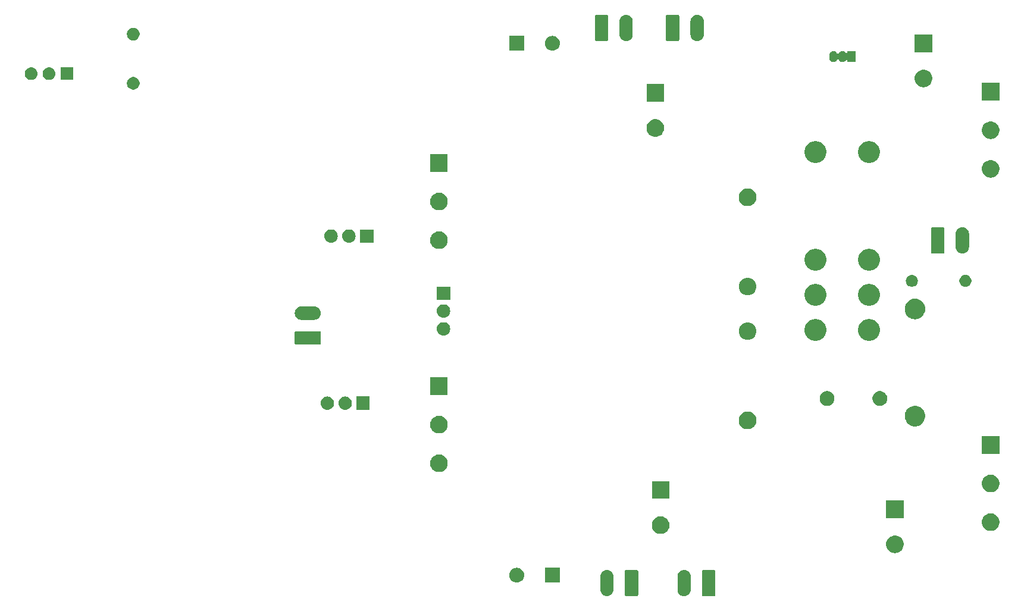
<source format=gbr>
G04 #@! TF.GenerationSoftware,KiCad,Pcbnew,(5.0.1)-4*
G04 #@! TF.CreationDate,2019-07-01T17:08:37-03:00*
G04 #@! TF.ProjectId,pcb_amplificador,7063625F616D706C6966696361646F72,rev?*
G04 #@! TF.SameCoordinates,Original*
G04 #@! TF.FileFunction,Soldermask,Bot*
G04 #@! TF.FilePolarity,Negative*
%FSLAX46Y46*%
G04 Gerber Fmt 4.6, Leading zero omitted, Abs format (unit mm)*
G04 Created by KiCad (PCBNEW (5.0.1)-4) date 01/07/2019 17:08:37*
%MOMM*%
%LPD*%
G01*
G04 APERTURE LIST*
%ADD10C,0.100000*%
G04 APERTURE END LIST*
D10*
G36*
X114882785Y-134162760D02*
X114882788Y-134162761D01*
X114882789Y-134162761D01*
X115062053Y-134217140D01*
X115062055Y-134217141D01*
X115227265Y-134305448D01*
X115372072Y-134424288D01*
X115490912Y-134569095D01*
X115579219Y-134734305D01*
X115633600Y-134913575D01*
X115647360Y-135053282D01*
X115647360Y-136946718D01*
X115633600Y-137086425D01*
X115579219Y-137265695D01*
X115490912Y-137430905D01*
X115372072Y-137575712D01*
X115227264Y-137694554D01*
X115062057Y-137782858D01*
X115062054Y-137782859D01*
X115062052Y-137782860D01*
X114882788Y-137837239D01*
X114882787Y-137837239D01*
X114882784Y-137837240D01*
X114696360Y-137855601D01*
X114509935Y-137837240D01*
X114509932Y-137837239D01*
X114509931Y-137837239D01*
X114330667Y-137782860D01*
X114238503Y-137733597D01*
X114165455Y-137694552D01*
X114020648Y-137575712D01*
X113901806Y-137430904D01*
X113813502Y-137265697D01*
X113759122Y-137086429D01*
X113759121Y-137086428D01*
X113759121Y-137086427D01*
X113759120Y-137086424D01*
X113745360Y-136946717D01*
X113745360Y-135053283D01*
X113759121Y-134913575D01*
X113813502Y-134734305D01*
X113901809Y-134569095D01*
X114020649Y-134424288D01*
X114165456Y-134305448D01*
X114330666Y-134217141D01*
X114330668Y-134217140D01*
X114509932Y-134162761D01*
X114509933Y-134162761D01*
X114509936Y-134162760D01*
X114696360Y-134144399D01*
X114882785Y-134162760D01*
X114882785Y-134162760D01*
G37*
G36*
X125870825Y-134162760D02*
X125870828Y-134162761D01*
X125870829Y-134162761D01*
X126050093Y-134217140D01*
X126050095Y-134217141D01*
X126215305Y-134305448D01*
X126360112Y-134424288D01*
X126478952Y-134569095D01*
X126567259Y-134734305D01*
X126621640Y-134913575D01*
X126635400Y-135053282D01*
X126635400Y-136946718D01*
X126621640Y-137086425D01*
X126567259Y-137265695D01*
X126478952Y-137430905D01*
X126360112Y-137575712D01*
X126215304Y-137694554D01*
X126050097Y-137782858D01*
X126050094Y-137782859D01*
X126050092Y-137782860D01*
X125870828Y-137837239D01*
X125870827Y-137837239D01*
X125870824Y-137837240D01*
X125684400Y-137855601D01*
X125497975Y-137837240D01*
X125497972Y-137837239D01*
X125497971Y-137837239D01*
X125318707Y-137782860D01*
X125226543Y-137733597D01*
X125153495Y-137694552D01*
X125008688Y-137575712D01*
X124889846Y-137430904D01*
X124801542Y-137265697D01*
X124747162Y-137086429D01*
X124747161Y-137086428D01*
X124747161Y-137086427D01*
X124747160Y-137086424D01*
X124733400Y-136946717D01*
X124733400Y-135053283D01*
X124747161Y-134913575D01*
X124801542Y-134734305D01*
X124889849Y-134569095D01*
X125008689Y-134424288D01*
X125153496Y-134305448D01*
X125318706Y-134217141D01*
X125318708Y-134217140D01*
X125497972Y-134162761D01*
X125497973Y-134162761D01*
X125497976Y-134162760D01*
X125684400Y-134144399D01*
X125870825Y-134162760D01*
X125870825Y-134162760D01*
G37*
G36*
X119007278Y-134152934D02*
X119039784Y-134162795D01*
X119069743Y-134178808D01*
X119096001Y-134200359D01*
X119117552Y-134226617D01*
X119133565Y-134256576D01*
X119143426Y-134289082D01*
X119147360Y-134329029D01*
X119147360Y-137670971D01*
X119143426Y-137710918D01*
X119133565Y-137743424D01*
X119117552Y-137773383D01*
X119096001Y-137799641D01*
X119069743Y-137821192D01*
X119039784Y-137837205D01*
X119007278Y-137847066D01*
X118967331Y-137851000D01*
X117425389Y-137851000D01*
X117385442Y-137847066D01*
X117352936Y-137837205D01*
X117322977Y-137821192D01*
X117296719Y-137799641D01*
X117275168Y-137773383D01*
X117259155Y-137743424D01*
X117249294Y-137710918D01*
X117245360Y-137670971D01*
X117245360Y-134329029D01*
X117249294Y-134289082D01*
X117259155Y-134256576D01*
X117275168Y-134226617D01*
X117296719Y-134200359D01*
X117322977Y-134178808D01*
X117352936Y-134162795D01*
X117385442Y-134152934D01*
X117425389Y-134149000D01*
X118967331Y-134149000D01*
X119007278Y-134152934D01*
X119007278Y-134152934D01*
G37*
G36*
X129995318Y-134152934D02*
X130027824Y-134162795D01*
X130057783Y-134178808D01*
X130084041Y-134200359D01*
X130105592Y-134226617D01*
X130121605Y-134256576D01*
X130131466Y-134289082D01*
X130135400Y-134329029D01*
X130135400Y-137670971D01*
X130131466Y-137710918D01*
X130121605Y-137743424D01*
X130105592Y-137773383D01*
X130084041Y-137799641D01*
X130057783Y-137821192D01*
X130027824Y-137837205D01*
X129995318Y-137847066D01*
X129955371Y-137851000D01*
X128413429Y-137851000D01*
X128373482Y-137847066D01*
X128340976Y-137837205D01*
X128311017Y-137821192D01*
X128284759Y-137799641D01*
X128263208Y-137773383D01*
X128247195Y-137743424D01*
X128237334Y-137710918D01*
X128233400Y-137670971D01*
X128233400Y-134329029D01*
X128237334Y-134289082D01*
X128247195Y-134256576D01*
X128263208Y-134226617D01*
X128284759Y-134200359D01*
X128311017Y-134178808D01*
X128340976Y-134162795D01*
X128373482Y-134152934D01*
X128413429Y-134149000D01*
X129955371Y-134149000D01*
X129995318Y-134152934D01*
X129995318Y-134152934D01*
G37*
G36*
X101936510Y-133826041D02*
X102060032Y-133838207D01*
X102258146Y-133898305D01*
X102440729Y-133995897D01*
X102600765Y-134127235D01*
X102732103Y-134287271D01*
X102829695Y-134469854D01*
X102889793Y-134667968D01*
X102910085Y-134874000D01*
X102889793Y-135080032D01*
X102829695Y-135278146D01*
X102732103Y-135460729D01*
X102600765Y-135620765D01*
X102440729Y-135752103D01*
X102258146Y-135849695D01*
X102060032Y-135909793D01*
X101936510Y-135921959D01*
X101905631Y-135925000D01*
X101802369Y-135925000D01*
X101771490Y-135921959D01*
X101647968Y-135909793D01*
X101449854Y-135849695D01*
X101267271Y-135752103D01*
X101107235Y-135620765D01*
X100975897Y-135460729D01*
X100878305Y-135278146D01*
X100818207Y-135080032D01*
X100797915Y-134874000D01*
X100818207Y-134667968D01*
X100878305Y-134469854D01*
X100975897Y-134287271D01*
X101107235Y-134127235D01*
X101267271Y-133995897D01*
X101449854Y-133898305D01*
X101647968Y-133838207D01*
X101771490Y-133826041D01*
X101802369Y-133823000D01*
X101905631Y-133823000D01*
X101936510Y-133826041D01*
X101936510Y-133826041D01*
G37*
G36*
X107985000Y-135925000D02*
X105883000Y-135925000D01*
X105883000Y-133823000D01*
X107985000Y-133823000D01*
X107985000Y-135925000D01*
X107985000Y-135925000D01*
G37*
G36*
X155885636Y-129237019D02*
X156066903Y-129273075D01*
X156294571Y-129367378D01*
X156498542Y-129503668D01*
X156499469Y-129504287D01*
X156673713Y-129678531D01*
X156673715Y-129678534D01*
X156810622Y-129883429D01*
X156904925Y-130111097D01*
X156953000Y-130352787D01*
X156953000Y-130599213D01*
X156904925Y-130840903D01*
X156810622Y-131068571D01*
X156674332Y-131272542D01*
X156673713Y-131273469D01*
X156499469Y-131447713D01*
X156499466Y-131447715D01*
X156294571Y-131584622D01*
X156066903Y-131678925D01*
X155885636Y-131714981D01*
X155825214Y-131727000D01*
X155578786Y-131727000D01*
X155518364Y-131714981D01*
X155337097Y-131678925D01*
X155109429Y-131584622D01*
X154904534Y-131447715D01*
X154904531Y-131447713D01*
X154730287Y-131273469D01*
X154729668Y-131272542D01*
X154593378Y-131068571D01*
X154499075Y-130840903D01*
X154451000Y-130599213D01*
X154451000Y-130352787D01*
X154499075Y-130111097D01*
X154593378Y-129883429D01*
X154730285Y-129678534D01*
X154730287Y-129678531D01*
X154904531Y-129504287D01*
X154905458Y-129503668D01*
X155109429Y-129367378D01*
X155337097Y-129273075D01*
X155518364Y-129237019D01*
X155578786Y-129225000D01*
X155825214Y-129225000D01*
X155885636Y-129237019D01*
X155885636Y-129237019D01*
G37*
G36*
X122530356Y-126514139D02*
X122711623Y-126550195D01*
X122939291Y-126644498D01*
X123143262Y-126780788D01*
X123144189Y-126781407D01*
X123318433Y-126955651D01*
X123318435Y-126955654D01*
X123455342Y-127160549D01*
X123549645Y-127388217D01*
X123597720Y-127629907D01*
X123597720Y-127876333D01*
X123549645Y-128118023D01*
X123455342Y-128345691D01*
X123328899Y-128534925D01*
X123318433Y-128550589D01*
X123144189Y-128724833D01*
X123144186Y-128724835D01*
X122939291Y-128861742D01*
X122711623Y-128956045D01*
X122530356Y-128992101D01*
X122469934Y-129004120D01*
X122223506Y-129004120D01*
X122163084Y-128992101D01*
X121981817Y-128956045D01*
X121754149Y-128861742D01*
X121549254Y-128724835D01*
X121549251Y-128724833D01*
X121375007Y-128550589D01*
X121364541Y-128534925D01*
X121238098Y-128345691D01*
X121143795Y-128118023D01*
X121095720Y-127876333D01*
X121095720Y-127629907D01*
X121143795Y-127388217D01*
X121238098Y-127160549D01*
X121375005Y-126955654D01*
X121375007Y-126955651D01*
X121549251Y-126781407D01*
X121550178Y-126780788D01*
X121754149Y-126644498D01*
X121981817Y-126550195D01*
X122163084Y-126514139D01*
X122223506Y-126502120D01*
X122469934Y-126502120D01*
X122530356Y-126514139D01*
X122530356Y-126514139D01*
G37*
G36*
X169487636Y-126093019D02*
X169668903Y-126129075D01*
X169896571Y-126223378D01*
X170100542Y-126359668D01*
X170101469Y-126360287D01*
X170275713Y-126534531D01*
X170275715Y-126534534D01*
X170412622Y-126739429D01*
X170506925Y-126967097D01*
X170555000Y-127208787D01*
X170555000Y-127455213D01*
X170506925Y-127696903D01*
X170412622Y-127924571D01*
X170283363Y-128118020D01*
X170275713Y-128129469D01*
X170101469Y-128303713D01*
X170101466Y-128303715D01*
X169896571Y-128440622D01*
X169668903Y-128534925D01*
X169487636Y-128570981D01*
X169427214Y-128583000D01*
X169180786Y-128583000D01*
X169120364Y-128570981D01*
X168939097Y-128534925D01*
X168711429Y-128440622D01*
X168506534Y-128303715D01*
X168506531Y-128303713D01*
X168332287Y-128129469D01*
X168324637Y-128118020D01*
X168195378Y-127924571D01*
X168101075Y-127696903D01*
X168053000Y-127455213D01*
X168053000Y-127208787D01*
X168101075Y-126967097D01*
X168195378Y-126739429D01*
X168332285Y-126534534D01*
X168332287Y-126534531D01*
X168506531Y-126360287D01*
X168507458Y-126359668D01*
X168711429Y-126223378D01*
X168939097Y-126129075D01*
X169120364Y-126093019D01*
X169180786Y-126081000D01*
X169427214Y-126081000D01*
X169487636Y-126093019D01*
X169487636Y-126093019D01*
G37*
G36*
X156953000Y-126727000D02*
X154451000Y-126727000D01*
X154451000Y-124225000D01*
X156953000Y-124225000D01*
X156953000Y-126727000D01*
X156953000Y-126727000D01*
G37*
G36*
X123597720Y-124004120D02*
X121095720Y-124004120D01*
X121095720Y-121502120D01*
X123597720Y-121502120D01*
X123597720Y-124004120D01*
X123597720Y-124004120D01*
G37*
G36*
X169487636Y-120593019D02*
X169668903Y-120629075D01*
X169896571Y-120723378D01*
X170100542Y-120859668D01*
X170101469Y-120860287D01*
X170275713Y-121034531D01*
X170275715Y-121034534D01*
X170412622Y-121239429D01*
X170506925Y-121467097D01*
X170555000Y-121708787D01*
X170555000Y-121955213D01*
X170506925Y-122196903D01*
X170412622Y-122424571D01*
X170276332Y-122628542D01*
X170275713Y-122629469D01*
X170101469Y-122803713D01*
X170101466Y-122803715D01*
X169896571Y-122940622D01*
X169668903Y-123034925D01*
X169487636Y-123070981D01*
X169427214Y-123083000D01*
X169180786Y-123083000D01*
X169120364Y-123070981D01*
X168939097Y-123034925D01*
X168711429Y-122940622D01*
X168506534Y-122803715D01*
X168506531Y-122803713D01*
X168332287Y-122629469D01*
X168331668Y-122628542D01*
X168195378Y-122424571D01*
X168101075Y-122196903D01*
X168053000Y-121955213D01*
X168053000Y-121708787D01*
X168101075Y-121467097D01*
X168195378Y-121239429D01*
X168332285Y-121034534D01*
X168332287Y-121034531D01*
X168506531Y-120860287D01*
X168507458Y-120859668D01*
X168711429Y-120723378D01*
X168939097Y-120629075D01*
X169120364Y-120593019D01*
X169180786Y-120581000D01*
X169427214Y-120581000D01*
X169487636Y-120593019D01*
X169487636Y-120593019D01*
G37*
G36*
X90975935Y-117711019D02*
X91157203Y-117747075D01*
X91384871Y-117841378D01*
X91588842Y-117977668D01*
X91589769Y-117978287D01*
X91764013Y-118152531D01*
X91764015Y-118152534D01*
X91900922Y-118357429D01*
X91995225Y-118585097D01*
X92043300Y-118826787D01*
X92043300Y-119073213D01*
X91995225Y-119314903D01*
X91900922Y-119542571D01*
X91764632Y-119746542D01*
X91764013Y-119747469D01*
X91589769Y-119921713D01*
X91589766Y-119921715D01*
X91384871Y-120058622D01*
X91157203Y-120152925D01*
X90975936Y-120188981D01*
X90915514Y-120201000D01*
X90669086Y-120201000D01*
X90608664Y-120188981D01*
X90427397Y-120152925D01*
X90199729Y-120058622D01*
X89994834Y-119921715D01*
X89994831Y-119921713D01*
X89820587Y-119747469D01*
X89819968Y-119746542D01*
X89683678Y-119542571D01*
X89589375Y-119314903D01*
X89541300Y-119073213D01*
X89541300Y-118826787D01*
X89589375Y-118585097D01*
X89683678Y-118357429D01*
X89820585Y-118152534D01*
X89820587Y-118152531D01*
X89994831Y-117978287D01*
X89995758Y-117977668D01*
X90199729Y-117841378D01*
X90427397Y-117747075D01*
X90608665Y-117711019D01*
X90669086Y-117699000D01*
X90915514Y-117699000D01*
X90975935Y-117711019D01*
X90975935Y-117711019D01*
G37*
G36*
X170555000Y-117583000D02*
X168053000Y-117583000D01*
X168053000Y-115081000D01*
X170555000Y-115081000D01*
X170555000Y-117583000D01*
X170555000Y-117583000D01*
G37*
G36*
X90975935Y-112211019D02*
X91157203Y-112247075D01*
X91384871Y-112341378D01*
X91588048Y-112477137D01*
X91589769Y-112478287D01*
X91764013Y-112652531D01*
X91764015Y-112652534D01*
X91900922Y-112857429D01*
X91995225Y-113085097D01*
X92043300Y-113326787D01*
X92043300Y-113573213D01*
X91995225Y-113814903D01*
X91900922Y-114042571D01*
X91764632Y-114246542D01*
X91764013Y-114247469D01*
X91589769Y-114421713D01*
X91589766Y-114421715D01*
X91384871Y-114558622D01*
X91157203Y-114652925D01*
X90975935Y-114688981D01*
X90915514Y-114701000D01*
X90669086Y-114701000D01*
X90608665Y-114688981D01*
X90427397Y-114652925D01*
X90199729Y-114558622D01*
X89994834Y-114421715D01*
X89994831Y-114421713D01*
X89820587Y-114247469D01*
X89819968Y-114246542D01*
X89683678Y-114042571D01*
X89589375Y-113814903D01*
X89541300Y-113573213D01*
X89541300Y-113326787D01*
X89589375Y-113085097D01*
X89683678Y-112857429D01*
X89820585Y-112652534D01*
X89820587Y-112652531D01*
X89994831Y-112478287D01*
X89996552Y-112477137D01*
X90199729Y-112341378D01*
X90427397Y-112247075D01*
X90608665Y-112211019D01*
X90669086Y-112199000D01*
X90915514Y-112199000D01*
X90975935Y-112211019D01*
X90975935Y-112211019D01*
G37*
G36*
X134905235Y-111603059D02*
X135086503Y-111639115D01*
X135314171Y-111733418D01*
X135518142Y-111869708D01*
X135519069Y-111870327D01*
X135693313Y-112044571D01*
X135693315Y-112044574D01*
X135830222Y-112249469D01*
X135924525Y-112477137D01*
X135972600Y-112718827D01*
X135972600Y-112965253D01*
X135924525Y-113206943D01*
X135830222Y-113434611D01*
X135737610Y-113573214D01*
X135693313Y-113639509D01*
X135519069Y-113813753D01*
X135519066Y-113813755D01*
X135314171Y-113950662D01*
X135086503Y-114044965D01*
X134905235Y-114081021D01*
X134844814Y-114093040D01*
X134598386Y-114093040D01*
X134537965Y-114081021D01*
X134356697Y-114044965D01*
X134129029Y-113950662D01*
X133924134Y-113813755D01*
X133924131Y-113813753D01*
X133749887Y-113639509D01*
X133705590Y-113573214D01*
X133612978Y-113434611D01*
X133518675Y-113206943D01*
X133470600Y-112965253D01*
X133470600Y-112718827D01*
X133518675Y-112477137D01*
X133612978Y-112249469D01*
X133749885Y-112044574D01*
X133749887Y-112044571D01*
X133924131Y-111870327D01*
X133925058Y-111869708D01*
X134129029Y-111733418D01*
X134356697Y-111639115D01*
X134537965Y-111603059D01*
X134598386Y-111591040D01*
X134844814Y-111591040D01*
X134905235Y-111603059D01*
X134905235Y-111603059D01*
G37*
G36*
X158959878Y-110842280D02*
X158959880Y-110842281D01*
X158959881Y-110842281D01*
X159223946Y-110951660D01*
X159223947Y-110951661D01*
X159461602Y-111110457D01*
X159663703Y-111312558D01*
X159663705Y-111312561D01*
X159822500Y-111550214D01*
X159931879Y-111814279D01*
X159931880Y-111814282D01*
X159987640Y-112094608D01*
X159987640Y-112380432D01*
X159933516Y-112652534D01*
X159931879Y-112660761D01*
X159822500Y-112924826D01*
X159822499Y-112924827D01*
X159663703Y-113162482D01*
X159461602Y-113364583D01*
X159461599Y-113364585D01*
X159223946Y-113523380D01*
X158959881Y-113632759D01*
X158959880Y-113632759D01*
X158959878Y-113632760D01*
X158679552Y-113688520D01*
X158393728Y-113688520D01*
X158113402Y-113632760D01*
X158113400Y-113632759D01*
X158113399Y-113632759D01*
X157849334Y-113523380D01*
X157611681Y-113364585D01*
X157611678Y-113364583D01*
X157409577Y-113162482D01*
X157250781Y-112924827D01*
X157250780Y-112924826D01*
X157141401Y-112660761D01*
X157139765Y-112652534D01*
X157085640Y-112380432D01*
X157085640Y-112094608D01*
X157141400Y-111814282D01*
X157141401Y-111814279D01*
X157250780Y-111550214D01*
X157409575Y-111312561D01*
X157409577Y-111312558D01*
X157611678Y-111110457D01*
X157849333Y-110951661D01*
X157849334Y-110951660D01*
X158113399Y-110842281D01*
X158113400Y-110842281D01*
X158113402Y-110842280D01*
X158393728Y-110786520D01*
X158679552Y-110786520D01*
X158959878Y-110842280D01*
X158959878Y-110842280D01*
G37*
G36*
X75101185Y-109466400D02*
X75101188Y-109466401D01*
X75101189Y-109466401D01*
X75280453Y-109520780D01*
X75280455Y-109520781D01*
X75445665Y-109609088D01*
X75590472Y-109727928D01*
X75709312Y-109872735D01*
X75797619Y-110037945D01*
X75852000Y-110217215D01*
X75870361Y-110403640D01*
X75852000Y-110590065D01*
X75851999Y-110590068D01*
X75851999Y-110590069D01*
X75805399Y-110743690D01*
X75797619Y-110769335D01*
X75709312Y-110934545D01*
X75590472Y-111079352D01*
X75445665Y-111198192D01*
X75445663Y-111198193D01*
X75280453Y-111286500D01*
X75101189Y-111340879D01*
X75101188Y-111340879D01*
X75101185Y-111340880D01*
X74961478Y-111354640D01*
X74868042Y-111354640D01*
X74728335Y-111340880D01*
X74728332Y-111340879D01*
X74728331Y-111340879D01*
X74549067Y-111286500D01*
X74383857Y-111198193D01*
X74383855Y-111198192D01*
X74239048Y-111079352D01*
X74120208Y-110934545D01*
X74031901Y-110769335D01*
X74024122Y-110743690D01*
X73977521Y-110590069D01*
X73977521Y-110590068D01*
X73977520Y-110590065D01*
X73959159Y-110403640D01*
X73977520Y-110217215D01*
X74031901Y-110037945D01*
X74120208Y-109872735D01*
X74239048Y-109727928D01*
X74383855Y-109609088D01*
X74549065Y-109520781D01*
X74549067Y-109520780D01*
X74728331Y-109466401D01*
X74728332Y-109466401D01*
X74728335Y-109466400D01*
X74868042Y-109452640D01*
X74961478Y-109452640D01*
X75101185Y-109466400D01*
X75101185Y-109466400D01*
G37*
G36*
X80945760Y-111354640D02*
X79043760Y-111354640D01*
X79043760Y-109452640D01*
X80945760Y-109452640D01*
X80945760Y-111354640D01*
X80945760Y-111354640D01*
G37*
G36*
X77641185Y-109466400D02*
X77641188Y-109466401D01*
X77641189Y-109466401D01*
X77820453Y-109520780D01*
X77820455Y-109520781D01*
X77985665Y-109609088D01*
X78130472Y-109727928D01*
X78249312Y-109872735D01*
X78337619Y-110037945D01*
X78392000Y-110217215D01*
X78410361Y-110403640D01*
X78392000Y-110590065D01*
X78391999Y-110590068D01*
X78391999Y-110590069D01*
X78345399Y-110743690D01*
X78337619Y-110769335D01*
X78249312Y-110934545D01*
X78130472Y-111079352D01*
X77985665Y-111198192D01*
X77985663Y-111198193D01*
X77820453Y-111286500D01*
X77641189Y-111340879D01*
X77641188Y-111340879D01*
X77641185Y-111340880D01*
X77501478Y-111354640D01*
X77408042Y-111354640D01*
X77268335Y-111340880D01*
X77268332Y-111340879D01*
X77268331Y-111340879D01*
X77089067Y-111286500D01*
X76923857Y-111198193D01*
X76923855Y-111198192D01*
X76779048Y-111079352D01*
X76660208Y-110934545D01*
X76571901Y-110769335D01*
X76564122Y-110743690D01*
X76517521Y-110590069D01*
X76517521Y-110590068D01*
X76517520Y-110590065D01*
X76499159Y-110403640D01*
X76517520Y-110217215D01*
X76571901Y-110037945D01*
X76660208Y-109872735D01*
X76779048Y-109727928D01*
X76923855Y-109609088D01*
X77089065Y-109520781D01*
X77089067Y-109520780D01*
X77268331Y-109466401D01*
X77268332Y-109466401D01*
X77268335Y-109466400D01*
X77408042Y-109452640D01*
X77501478Y-109452640D01*
X77641185Y-109466400D01*
X77641185Y-109466400D01*
G37*
G36*
X153836245Y-108722469D02*
X154027514Y-108801695D01*
X154199656Y-108916717D01*
X154346043Y-109063104D01*
X154461065Y-109235246D01*
X154540291Y-109426515D01*
X154580680Y-109629564D01*
X154580680Y-109836596D01*
X154540291Y-110039645D01*
X154461065Y-110230914D01*
X154346043Y-110403056D01*
X154199656Y-110549443D01*
X154027514Y-110664465D01*
X153836245Y-110743691D01*
X153633196Y-110784080D01*
X153426164Y-110784080D01*
X153223115Y-110743691D01*
X153031846Y-110664465D01*
X152859704Y-110549443D01*
X152713317Y-110403056D01*
X152598295Y-110230914D01*
X152519069Y-110039645D01*
X152478680Y-109836596D01*
X152478680Y-109629564D01*
X152519069Y-109426515D01*
X152598295Y-109235246D01*
X152713317Y-109063104D01*
X152859704Y-108916717D01*
X153031846Y-108801695D01*
X153223115Y-108722469D01*
X153426164Y-108682080D01*
X153633196Y-108682080D01*
X153836245Y-108722469D01*
X153836245Y-108722469D01*
G37*
G36*
X146336245Y-108722469D02*
X146527514Y-108801695D01*
X146699656Y-108916717D01*
X146846043Y-109063104D01*
X146961065Y-109235246D01*
X147040291Y-109426515D01*
X147080680Y-109629564D01*
X147080680Y-109836596D01*
X147040291Y-110039645D01*
X146961065Y-110230914D01*
X146846043Y-110403056D01*
X146699656Y-110549443D01*
X146527514Y-110664465D01*
X146336245Y-110743691D01*
X146133196Y-110784080D01*
X145926164Y-110784080D01*
X145723115Y-110743691D01*
X145531846Y-110664465D01*
X145359704Y-110549443D01*
X145213317Y-110403056D01*
X145098295Y-110230914D01*
X145019069Y-110039645D01*
X144978680Y-109836596D01*
X144978680Y-109629564D01*
X145019069Y-109426515D01*
X145098295Y-109235246D01*
X145213317Y-109063104D01*
X145359704Y-108916717D01*
X145531846Y-108801695D01*
X145723115Y-108722469D01*
X145926164Y-108682080D01*
X146133196Y-108682080D01*
X146336245Y-108722469D01*
X146336245Y-108722469D01*
G37*
G36*
X92043300Y-109201000D02*
X89541300Y-109201000D01*
X89541300Y-106699000D01*
X92043300Y-106699000D01*
X92043300Y-109201000D01*
X92043300Y-109201000D01*
G37*
G36*
X73846918Y-100144934D02*
X73879424Y-100154795D01*
X73909383Y-100170808D01*
X73935641Y-100192359D01*
X73957192Y-100218617D01*
X73973205Y-100248576D01*
X73983066Y-100281082D01*
X73987000Y-100321029D01*
X73987000Y-101862971D01*
X73983066Y-101902918D01*
X73973205Y-101935424D01*
X73957192Y-101965383D01*
X73935641Y-101991641D01*
X73909383Y-102013192D01*
X73879424Y-102029205D01*
X73846918Y-102039066D01*
X73806971Y-102043000D01*
X70465029Y-102043000D01*
X70425082Y-102039066D01*
X70392576Y-102029205D01*
X70362617Y-102013192D01*
X70336359Y-101991641D01*
X70314808Y-101965383D01*
X70298795Y-101935424D01*
X70288934Y-101902918D01*
X70285000Y-101862971D01*
X70285000Y-100321029D01*
X70288934Y-100281082D01*
X70298795Y-100248576D01*
X70314808Y-100218617D01*
X70336359Y-100192359D01*
X70362617Y-100170808D01*
X70392576Y-100154795D01*
X70425082Y-100144934D01*
X70465029Y-100141000D01*
X73806971Y-100141000D01*
X73846918Y-100144934D01*
X73846918Y-100144934D01*
G37*
G36*
X144731207Y-98469496D02*
X144831090Y-98489364D01*
X145113354Y-98606281D01*
X145367385Y-98776019D01*
X145583421Y-98992055D01*
X145753159Y-99246086D01*
X145870076Y-99528350D01*
X145870076Y-99528351D01*
X145929680Y-99827998D01*
X145929680Y-100133522D01*
X145918904Y-100187695D01*
X145870076Y-100433170D01*
X145753159Y-100715434D01*
X145583421Y-100969465D01*
X145367385Y-101185501D01*
X145113354Y-101355239D01*
X144831090Y-101472156D01*
X144731207Y-101492024D01*
X144531442Y-101531760D01*
X144225918Y-101531760D01*
X144026153Y-101492024D01*
X143926270Y-101472156D01*
X143644006Y-101355239D01*
X143389975Y-101185501D01*
X143173939Y-100969465D01*
X143004201Y-100715434D01*
X142887284Y-100433170D01*
X142838456Y-100187695D01*
X142827680Y-100133522D01*
X142827680Y-99827998D01*
X142887284Y-99528351D01*
X142887284Y-99528350D01*
X143004201Y-99246086D01*
X143173939Y-98992055D01*
X143389975Y-98776019D01*
X143644006Y-98606281D01*
X143926270Y-98489364D01*
X144026153Y-98469496D01*
X144225918Y-98429760D01*
X144531442Y-98429760D01*
X144731207Y-98469496D01*
X144731207Y-98469496D01*
G37*
G36*
X152351207Y-98469496D02*
X152451090Y-98489364D01*
X152733354Y-98606281D01*
X152987385Y-98776019D01*
X153203421Y-98992055D01*
X153373159Y-99246086D01*
X153490076Y-99528350D01*
X153490076Y-99528351D01*
X153549680Y-99827998D01*
X153549680Y-100133522D01*
X153538904Y-100187695D01*
X153490076Y-100433170D01*
X153373159Y-100715434D01*
X153203421Y-100969465D01*
X152987385Y-101185501D01*
X152733354Y-101355239D01*
X152451090Y-101472156D01*
X152351207Y-101492024D01*
X152151442Y-101531760D01*
X151845918Y-101531760D01*
X151646153Y-101492024D01*
X151546270Y-101472156D01*
X151264006Y-101355239D01*
X151009975Y-101185501D01*
X150793939Y-100969465D01*
X150624201Y-100715434D01*
X150507284Y-100433170D01*
X150458456Y-100187695D01*
X150447680Y-100133522D01*
X150447680Y-99827998D01*
X150507284Y-99528351D01*
X150507284Y-99528350D01*
X150624201Y-99246086D01*
X150793939Y-98992055D01*
X151009975Y-98776019D01*
X151264006Y-98606281D01*
X151546270Y-98489364D01*
X151646153Y-98469496D01*
X151845918Y-98429760D01*
X152151442Y-98429760D01*
X152351207Y-98469496D01*
X152351207Y-98469496D01*
G37*
G36*
X134966839Y-98909141D02*
X135202653Y-98980674D01*
X135419981Y-99096839D01*
X135610471Y-99253169D01*
X135766801Y-99443659D01*
X135882966Y-99660987D01*
X135954499Y-99896801D01*
X135978653Y-100142040D01*
X135954499Y-100387279D01*
X135882966Y-100623093D01*
X135766801Y-100840421D01*
X135610471Y-101030911D01*
X135419981Y-101187241D01*
X135202653Y-101303406D01*
X134966839Y-101374939D01*
X134783057Y-101393040D01*
X134660143Y-101393040D01*
X134476361Y-101374939D01*
X134240547Y-101303406D01*
X134023219Y-101187241D01*
X133832729Y-101030911D01*
X133676399Y-100840421D01*
X133560234Y-100623093D01*
X133488701Y-100387279D01*
X133464547Y-100142040D01*
X133488701Y-99896801D01*
X133560234Y-99660987D01*
X133676399Y-99443659D01*
X133832729Y-99253169D01*
X134023219Y-99096839D01*
X134240547Y-98980674D01*
X134476361Y-98909141D01*
X134660143Y-98891040D01*
X134783057Y-98891040D01*
X134966839Y-98909141D01*
X134966839Y-98909141D01*
G37*
G36*
X91626425Y-98884760D02*
X91626428Y-98884761D01*
X91626429Y-98884761D01*
X91805693Y-98939140D01*
X91805695Y-98939141D01*
X91970905Y-99027448D01*
X92115712Y-99146288D01*
X92234552Y-99291095D01*
X92322859Y-99456305D01*
X92377240Y-99635575D01*
X92395601Y-99822000D01*
X92377240Y-100008425D01*
X92377239Y-100008428D01*
X92377239Y-100008429D01*
X92335831Y-100144934D01*
X92322859Y-100187695D01*
X92234552Y-100352905D01*
X92115712Y-100497712D01*
X91970905Y-100616552D01*
X91970903Y-100616553D01*
X91805693Y-100704860D01*
X91626429Y-100759239D01*
X91626428Y-100759239D01*
X91626425Y-100759240D01*
X91486718Y-100773000D01*
X91393282Y-100773000D01*
X91253575Y-100759240D01*
X91253572Y-100759239D01*
X91253571Y-100759239D01*
X91074307Y-100704860D01*
X90909097Y-100616553D01*
X90909095Y-100616552D01*
X90764288Y-100497712D01*
X90645448Y-100352905D01*
X90557141Y-100187695D01*
X90544170Y-100144934D01*
X90502761Y-100008429D01*
X90502761Y-100008428D01*
X90502760Y-100008425D01*
X90484399Y-99822000D01*
X90502760Y-99635575D01*
X90557141Y-99456305D01*
X90645448Y-99291095D01*
X90764288Y-99146288D01*
X90909095Y-99027448D01*
X91074305Y-98939141D01*
X91074307Y-98939140D01*
X91253571Y-98884761D01*
X91253572Y-98884761D01*
X91253575Y-98884760D01*
X91393282Y-98871000D01*
X91486718Y-98871000D01*
X91626425Y-98884760D01*
X91626425Y-98884760D01*
G37*
G36*
X73222425Y-96654760D02*
X73222428Y-96654761D01*
X73222429Y-96654761D01*
X73401693Y-96709140D01*
X73401695Y-96709141D01*
X73566905Y-96797448D01*
X73711712Y-96916288D01*
X73830552Y-97061095D01*
X73918859Y-97226305D01*
X73973240Y-97405575D01*
X73991601Y-97592000D01*
X73973240Y-97778425D01*
X73918859Y-97957695D01*
X73830552Y-98122905D01*
X73711712Y-98267712D01*
X73566905Y-98386552D01*
X73401695Y-98474859D01*
X73401693Y-98474860D01*
X73222429Y-98529239D01*
X73222428Y-98529239D01*
X73222425Y-98529240D01*
X73082718Y-98543000D01*
X71189282Y-98543000D01*
X71049575Y-98529240D01*
X71049572Y-98529239D01*
X71049571Y-98529239D01*
X70870307Y-98474860D01*
X70870305Y-98474859D01*
X70705095Y-98386552D01*
X70560288Y-98267712D01*
X70441448Y-98122905D01*
X70353141Y-97957695D01*
X70298760Y-97778425D01*
X70280399Y-97592000D01*
X70298760Y-97405575D01*
X70353141Y-97226305D01*
X70441448Y-97061095D01*
X70560288Y-96916288D01*
X70705095Y-96797448D01*
X70870305Y-96709141D01*
X70870307Y-96709140D01*
X71049571Y-96654761D01*
X71049572Y-96654761D01*
X71049575Y-96654760D01*
X71189282Y-96641000D01*
X73082718Y-96641000D01*
X73222425Y-96654760D01*
X73222425Y-96654760D01*
G37*
G36*
X158714501Y-95557018D02*
X158821086Y-95567515D01*
X159003429Y-95622828D01*
X159094601Y-95650485D01*
X159174140Y-95693000D01*
X159346673Y-95785221D01*
X159567616Y-95966544D01*
X159747307Y-96185498D01*
X159748938Y-96187486D01*
X159883675Y-96439559D01*
X159898202Y-96487448D01*
X159966645Y-96713074D01*
X159994660Y-96997520D01*
X159966645Y-97281966D01*
X159929148Y-97405575D01*
X159883675Y-97555481D01*
X159864155Y-97592000D01*
X159748939Y-97807553D01*
X159567616Y-98028496D01*
X159346673Y-98209819D01*
X159303304Y-98233000D01*
X159094601Y-98344555D01*
X159003429Y-98372212D01*
X158821086Y-98427525D01*
X158714501Y-98438023D01*
X158607918Y-98448520D01*
X158465362Y-98448520D01*
X158358779Y-98438022D01*
X158252194Y-98427525D01*
X158069851Y-98372212D01*
X157978679Y-98344555D01*
X157769976Y-98233000D01*
X157726607Y-98209819D01*
X157505664Y-98028496D01*
X157324341Y-97807553D01*
X157209125Y-97592000D01*
X157189605Y-97555481D01*
X157144132Y-97405575D01*
X157106635Y-97281966D01*
X157078620Y-96997520D01*
X157106635Y-96713074D01*
X157175078Y-96487448D01*
X157189605Y-96439559D01*
X157324342Y-96187486D01*
X157325974Y-96185498D01*
X157505664Y-95966544D01*
X157726607Y-95785221D01*
X157899140Y-95693000D01*
X157978679Y-95650485D01*
X158069851Y-95622828D01*
X158252194Y-95567515D01*
X158358779Y-95557018D01*
X158465362Y-95546520D01*
X158607918Y-95546520D01*
X158714501Y-95557018D01*
X158714501Y-95557018D01*
G37*
G36*
X91626425Y-96344760D02*
X91626428Y-96344761D01*
X91626429Y-96344761D01*
X91805693Y-96399140D01*
X91805695Y-96399141D01*
X91970905Y-96487448D01*
X92115712Y-96606288D01*
X92234552Y-96751095D01*
X92234553Y-96751097D01*
X92322860Y-96916307D01*
X92366781Y-97061095D01*
X92377240Y-97095575D01*
X92395601Y-97282000D01*
X92377240Y-97468425D01*
X92322859Y-97647695D01*
X92234552Y-97812905D01*
X92115712Y-97957712D01*
X91970905Y-98076552D01*
X91970903Y-98076553D01*
X91805693Y-98164860D01*
X91626429Y-98219239D01*
X91626428Y-98219239D01*
X91626425Y-98219240D01*
X91486718Y-98233000D01*
X91393282Y-98233000D01*
X91253575Y-98219240D01*
X91253572Y-98219239D01*
X91253571Y-98219239D01*
X91074307Y-98164860D01*
X90909097Y-98076553D01*
X90909095Y-98076552D01*
X90764288Y-97957712D01*
X90645448Y-97812905D01*
X90557141Y-97647695D01*
X90502760Y-97468425D01*
X90484399Y-97282000D01*
X90502760Y-97095575D01*
X90513219Y-97061095D01*
X90557140Y-96916307D01*
X90645447Y-96751097D01*
X90645448Y-96751095D01*
X90764288Y-96606288D01*
X90909095Y-96487448D01*
X91074305Y-96399141D01*
X91074307Y-96399140D01*
X91253571Y-96344761D01*
X91253572Y-96344761D01*
X91253575Y-96344760D01*
X91393282Y-96331000D01*
X91486718Y-96331000D01*
X91626425Y-96344760D01*
X91626425Y-96344760D01*
G37*
G36*
X152351207Y-93469496D02*
X152451090Y-93489364D01*
X152733354Y-93606281D01*
X152987385Y-93776019D01*
X153203421Y-93992055D01*
X153373159Y-94246086D01*
X153490076Y-94528350D01*
X153549680Y-94828000D01*
X153549680Y-95133520D01*
X153490076Y-95433170D01*
X153373159Y-95715434D01*
X153203421Y-95969465D01*
X152987385Y-96185501D01*
X152733354Y-96355239D01*
X152451090Y-96472156D01*
X152374217Y-96487447D01*
X152151442Y-96531760D01*
X151845918Y-96531760D01*
X151623143Y-96487447D01*
X151546270Y-96472156D01*
X151264006Y-96355239D01*
X151009975Y-96185501D01*
X150793939Y-95969465D01*
X150624201Y-95715434D01*
X150507284Y-95433170D01*
X150447680Y-95133520D01*
X150447680Y-94828000D01*
X150507284Y-94528350D01*
X150624201Y-94246086D01*
X150793939Y-93992055D01*
X151009975Y-93776019D01*
X151264006Y-93606281D01*
X151546270Y-93489364D01*
X151646153Y-93469496D01*
X151845918Y-93429760D01*
X152151442Y-93429760D01*
X152351207Y-93469496D01*
X152351207Y-93469496D01*
G37*
G36*
X144731207Y-93469496D02*
X144831090Y-93489364D01*
X145113354Y-93606281D01*
X145367385Y-93776019D01*
X145583421Y-93992055D01*
X145753159Y-94246086D01*
X145870076Y-94528350D01*
X145929680Y-94828000D01*
X145929680Y-95133520D01*
X145870076Y-95433170D01*
X145753159Y-95715434D01*
X145583421Y-95969465D01*
X145367385Y-96185501D01*
X145113354Y-96355239D01*
X144831090Y-96472156D01*
X144754217Y-96487447D01*
X144531442Y-96531760D01*
X144225918Y-96531760D01*
X144003143Y-96487447D01*
X143926270Y-96472156D01*
X143644006Y-96355239D01*
X143389975Y-96185501D01*
X143173939Y-95969465D01*
X143004201Y-95715434D01*
X142887284Y-95433170D01*
X142827680Y-95133520D01*
X142827680Y-94828000D01*
X142887284Y-94528350D01*
X143004201Y-94246086D01*
X143173939Y-93992055D01*
X143389975Y-93776019D01*
X143644006Y-93606281D01*
X143926270Y-93489364D01*
X144026153Y-93469496D01*
X144225918Y-93429760D01*
X144531442Y-93429760D01*
X144731207Y-93469496D01*
X144731207Y-93469496D01*
G37*
G36*
X92391000Y-95693000D02*
X90489000Y-95693000D01*
X90489000Y-93791000D01*
X92391000Y-93791000D01*
X92391000Y-95693000D01*
X92391000Y-95693000D01*
G37*
G36*
X134966839Y-92559141D02*
X135202653Y-92630674D01*
X135419981Y-92746839D01*
X135610471Y-92903169D01*
X135766801Y-93093659D01*
X135882966Y-93310987D01*
X135954499Y-93546801D01*
X135978653Y-93792040D01*
X135954499Y-94037279D01*
X135882966Y-94273093D01*
X135766801Y-94490421D01*
X135610471Y-94680911D01*
X135419981Y-94837241D01*
X135202653Y-94953406D01*
X134966839Y-95024939D01*
X134783057Y-95043040D01*
X134660143Y-95043040D01*
X134476361Y-95024939D01*
X134240547Y-94953406D01*
X134023219Y-94837241D01*
X133832729Y-94680911D01*
X133676399Y-94490421D01*
X133560234Y-94273093D01*
X133488701Y-94037279D01*
X133464547Y-93792040D01*
X133488701Y-93546801D01*
X133560234Y-93310987D01*
X133676399Y-93093659D01*
X133832729Y-92903169D01*
X134023219Y-92746839D01*
X134240547Y-92630674D01*
X134476361Y-92559141D01*
X134660143Y-92541040D01*
X134783057Y-92541040D01*
X134966839Y-92559141D01*
X134966839Y-92559141D01*
G37*
G36*
X165957828Y-92181263D02*
X166112700Y-92245413D01*
X166252081Y-92338545D01*
X166370615Y-92457079D01*
X166463747Y-92596460D01*
X166527897Y-92751332D01*
X166560600Y-92915744D01*
X166560600Y-93083376D01*
X166527897Y-93247788D01*
X166463747Y-93402660D01*
X166370615Y-93542041D01*
X166252081Y-93660575D01*
X166112700Y-93753707D01*
X165957828Y-93817857D01*
X165793416Y-93850560D01*
X165625784Y-93850560D01*
X165461372Y-93817857D01*
X165306500Y-93753707D01*
X165167119Y-93660575D01*
X165048585Y-93542041D01*
X164955453Y-93402660D01*
X164891303Y-93247788D01*
X164858600Y-93083376D01*
X164858600Y-92915744D01*
X164891303Y-92751332D01*
X164955453Y-92596460D01*
X165048585Y-92457079D01*
X165167119Y-92338545D01*
X165306500Y-92245413D01*
X165461372Y-92181263D01*
X165625784Y-92148560D01*
X165793416Y-92148560D01*
X165957828Y-92181263D01*
X165957828Y-92181263D01*
G37*
G36*
X158256421Y-92160873D02*
X158256424Y-92160874D01*
X158256425Y-92160874D01*
X158416839Y-92209535D01*
X158416841Y-92209536D01*
X158416844Y-92209537D01*
X158564678Y-92288555D01*
X158694259Y-92394901D01*
X158800605Y-92524482D01*
X158879623Y-92672316D01*
X158879624Y-92672319D01*
X158879625Y-92672321D01*
X158928286Y-92832735D01*
X158928287Y-92832739D01*
X158944717Y-92999560D01*
X158928287Y-93166381D01*
X158928286Y-93166384D01*
X158928286Y-93166385D01*
X158884422Y-93310987D01*
X158879623Y-93326804D01*
X158800605Y-93474638D01*
X158694259Y-93604219D01*
X158564678Y-93710565D01*
X158416844Y-93789583D01*
X158416841Y-93789584D01*
X158416839Y-93789585D01*
X158256425Y-93838246D01*
X158256424Y-93838246D01*
X158256421Y-93838247D01*
X158131404Y-93850560D01*
X158047796Y-93850560D01*
X157922779Y-93838247D01*
X157922776Y-93838246D01*
X157922775Y-93838246D01*
X157762361Y-93789585D01*
X157762359Y-93789584D01*
X157762356Y-93789583D01*
X157614522Y-93710565D01*
X157484941Y-93604219D01*
X157378595Y-93474638D01*
X157299577Y-93326804D01*
X157294779Y-93310987D01*
X157250914Y-93166385D01*
X157250914Y-93166384D01*
X157250913Y-93166381D01*
X157234483Y-92999560D01*
X157250913Y-92832739D01*
X157250914Y-92832735D01*
X157299575Y-92672321D01*
X157299576Y-92672319D01*
X157299577Y-92672316D01*
X157378595Y-92524482D01*
X157484941Y-92394901D01*
X157614522Y-92288555D01*
X157762356Y-92209537D01*
X157762359Y-92209536D01*
X157762361Y-92209535D01*
X157922775Y-92160874D01*
X157922776Y-92160874D01*
X157922779Y-92160873D01*
X158047796Y-92148560D01*
X158131404Y-92148560D01*
X158256421Y-92160873D01*
X158256421Y-92160873D01*
G37*
G36*
X152351207Y-88469496D02*
X152451090Y-88489364D01*
X152733354Y-88606281D01*
X152987385Y-88776019D01*
X153203421Y-88992055D01*
X153373159Y-89246086D01*
X153490076Y-89528350D01*
X153549680Y-89828000D01*
X153549680Y-90133520D01*
X153490076Y-90433170D01*
X153373159Y-90715434D01*
X153203421Y-90969465D01*
X152987385Y-91185501D01*
X152733354Y-91355239D01*
X152451090Y-91472156D01*
X152351207Y-91492024D01*
X152151442Y-91531760D01*
X151845918Y-91531760D01*
X151646153Y-91492024D01*
X151546270Y-91472156D01*
X151264006Y-91355239D01*
X151009975Y-91185501D01*
X150793939Y-90969465D01*
X150624201Y-90715434D01*
X150507284Y-90433170D01*
X150447680Y-90133520D01*
X150447680Y-89828000D01*
X150507284Y-89528350D01*
X150624201Y-89246086D01*
X150793939Y-88992055D01*
X151009975Y-88776019D01*
X151264006Y-88606281D01*
X151546270Y-88489364D01*
X151646153Y-88469496D01*
X151845918Y-88429760D01*
X152151442Y-88429760D01*
X152351207Y-88469496D01*
X152351207Y-88469496D01*
G37*
G36*
X144731207Y-88469496D02*
X144831090Y-88489364D01*
X145113354Y-88606281D01*
X145367385Y-88776019D01*
X145583421Y-88992055D01*
X145753159Y-89246086D01*
X145870076Y-89528350D01*
X145929680Y-89828000D01*
X145929680Y-90133520D01*
X145870076Y-90433170D01*
X145753159Y-90715434D01*
X145583421Y-90969465D01*
X145367385Y-91185501D01*
X145113354Y-91355239D01*
X144831090Y-91472156D01*
X144731207Y-91492024D01*
X144531442Y-91531760D01*
X144225918Y-91531760D01*
X144026153Y-91492024D01*
X143926270Y-91472156D01*
X143644006Y-91355239D01*
X143389975Y-91185501D01*
X143173939Y-90969465D01*
X143004201Y-90715434D01*
X142887284Y-90433170D01*
X142827680Y-90133520D01*
X142827680Y-89828000D01*
X142887284Y-89528350D01*
X143004201Y-89246086D01*
X143173939Y-88992055D01*
X143389975Y-88776019D01*
X143644006Y-88606281D01*
X143926270Y-88489364D01*
X144026153Y-88469496D01*
X144225918Y-88429760D01*
X144531442Y-88429760D01*
X144731207Y-88469496D01*
X144731207Y-88469496D01*
G37*
G36*
X165459024Y-85396520D02*
X165459027Y-85396521D01*
X165459028Y-85396521D01*
X165638292Y-85450900D01*
X165638294Y-85450901D01*
X165638297Y-85450902D01*
X165803504Y-85539206D01*
X165948312Y-85658048D01*
X166067152Y-85802855D01*
X166155459Y-85968065D01*
X166209840Y-86147335D01*
X166223600Y-86287042D01*
X166223600Y-88180478D01*
X166209840Y-88320185D01*
X166155459Y-88499455D01*
X166067152Y-88664665D01*
X165948312Y-88809472D01*
X165803505Y-88928312D01*
X165684251Y-88992055D01*
X165638293Y-89016620D01*
X165459029Y-89070999D01*
X165459028Y-89070999D01*
X165459025Y-89071000D01*
X165272600Y-89089361D01*
X165086176Y-89071000D01*
X165086173Y-89070999D01*
X165086172Y-89070999D01*
X164906908Y-89016620D01*
X164860950Y-88992055D01*
X164741696Y-88928312D01*
X164596889Y-88809472D01*
X164478049Y-88664665D01*
X164389742Y-88499455D01*
X164335361Y-88320185D01*
X164321600Y-88180477D01*
X164321600Y-86287043D01*
X164335360Y-86147336D01*
X164335361Y-86147332D01*
X164389740Y-85968068D01*
X164389741Y-85968066D01*
X164389742Y-85968063D01*
X164478046Y-85802856D01*
X164596888Y-85658048D01*
X164741695Y-85539208D01*
X164906905Y-85450901D01*
X164906907Y-85450900D01*
X165086171Y-85396521D01*
X165086172Y-85396521D01*
X165086175Y-85396520D01*
X165272600Y-85378159D01*
X165459024Y-85396520D01*
X165459024Y-85396520D01*
G37*
G36*
X162583518Y-85386694D02*
X162616024Y-85396555D01*
X162645983Y-85412568D01*
X162672241Y-85434119D01*
X162693792Y-85460377D01*
X162709805Y-85490336D01*
X162719666Y-85522842D01*
X162723600Y-85562789D01*
X162723600Y-88904731D01*
X162719666Y-88944678D01*
X162709805Y-88977184D01*
X162693792Y-89007143D01*
X162672241Y-89033401D01*
X162645983Y-89054952D01*
X162616024Y-89070965D01*
X162583518Y-89080826D01*
X162543571Y-89084760D01*
X161001629Y-89084760D01*
X160961682Y-89080826D01*
X160929176Y-89070965D01*
X160899217Y-89054952D01*
X160872959Y-89033401D01*
X160851408Y-89007143D01*
X160835395Y-88977184D01*
X160825534Y-88944678D01*
X160821600Y-88904731D01*
X160821600Y-85562789D01*
X160825534Y-85522842D01*
X160835395Y-85490336D01*
X160851408Y-85460377D01*
X160872959Y-85434119D01*
X160899217Y-85412568D01*
X160929176Y-85396555D01*
X160961682Y-85386694D01*
X161001629Y-85382760D01*
X162543571Y-85382760D01*
X162583518Y-85386694D01*
X162583518Y-85386694D01*
G37*
G36*
X90975935Y-85961019D02*
X91157203Y-85997075D01*
X91384871Y-86091378D01*
X91588842Y-86227668D01*
X91589769Y-86228287D01*
X91764013Y-86402531D01*
X91764015Y-86402534D01*
X91900922Y-86607429D01*
X91995225Y-86835097D01*
X92043300Y-87076787D01*
X92043300Y-87323213D01*
X91995225Y-87564903D01*
X91900922Y-87792571D01*
X91764632Y-87996542D01*
X91764013Y-87997469D01*
X91589769Y-88171713D01*
X91589766Y-88171715D01*
X91384871Y-88308622D01*
X91157203Y-88402925D01*
X90975935Y-88438981D01*
X90915514Y-88451000D01*
X90669086Y-88451000D01*
X90608665Y-88438981D01*
X90427397Y-88402925D01*
X90199729Y-88308622D01*
X89994834Y-88171715D01*
X89994831Y-88171713D01*
X89820587Y-87997469D01*
X89819968Y-87996542D01*
X89683678Y-87792571D01*
X89589375Y-87564903D01*
X89541300Y-87323213D01*
X89541300Y-87076787D01*
X89589375Y-86835097D01*
X89683678Y-86607429D01*
X89820585Y-86402534D01*
X89820587Y-86402531D01*
X89994831Y-86228287D01*
X89995758Y-86227668D01*
X90199729Y-86091378D01*
X90427397Y-85997075D01*
X90608665Y-85961019D01*
X90669086Y-85949000D01*
X90915514Y-85949000D01*
X90975935Y-85961019D01*
X90975935Y-85961019D01*
G37*
G36*
X81469000Y-87565000D02*
X79567000Y-87565000D01*
X79567000Y-85663000D01*
X81469000Y-85663000D01*
X81469000Y-87565000D01*
X81469000Y-87565000D01*
G37*
G36*
X75624425Y-85676760D02*
X75624428Y-85676761D01*
X75624429Y-85676761D01*
X75803693Y-85731140D01*
X75803695Y-85731141D01*
X75968905Y-85819448D01*
X76113712Y-85938288D01*
X76232552Y-86083095D01*
X76266889Y-86147335D01*
X76320860Y-86248307D01*
X76367643Y-86402531D01*
X76375240Y-86427575D01*
X76393601Y-86614000D01*
X76375240Y-86800425D01*
X76375239Y-86800428D01*
X76375239Y-86800429D01*
X76364722Y-86835100D01*
X76320859Y-86979695D01*
X76232552Y-87144905D01*
X76113712Y-87289712D01*
X75968905Y-87408552D01*
X75968903Y-87408553D01*
X75803693Y-87496860D01*
X75624429Y-87551239D01*
X75624428Y-87551239D01*
X75624425Y-87551240D01*
X75484718Y-87565000D01*
X75391282Y-87565000D01*
X75251575Y-87551240D01*
X75251572Y-87551239D01*
X75251571Y-87551239D01*
X75072307Y-87496860D01*
X74907097Y-87408553D01*
X74907095Y-87408552D01*
X74762288Y-87289712D01*
X74643448Y-87144905D01*
X74555141Y-86979695D01*
X74511279Y-86835100D01*
X74500761Y-86800429D01*
X74500761Y-86800428D01*
X74500760Y-86800425D01*
X74482399Y-86614000D01*
X74500760Y-86427575D01*
X74508357Y-86402531D01*
X74555140Y-86248307D01*
X74609111Y-86147335D01*
X74643448Y-86083095D01*
X74762288Y-85938288D01*
X74907095Y-85819448D01*
X75072305Y-85731141D01*
X75072307Y-85731140D01*
X75251571Y-85676761D01*
X75251572Y-85676761D01*
X75251575Y-85676760D01*
X75391282Y-85663000D01*
X75484718Y-85663000D01*
X75624425Y-85676760D01*
X75624425Y-85676760D01*
G37*
G36*
X78164425Y-85676760D02*
X78164428Y-85676761D01*
X78164429Y-85676761D01*
X78343693Y-85731140D01*
X78343695Y-85731141D01*
X78508905Y-85819448D01*
X78653712Y-85938288D01*
X78772552Y-86083095D01*
X78806889Y-86147335D01*
X78860860Y-86248307D01*
X78907643Y-86402531D01*
X78915240Y-86427575D01*
X78933601Y-86614000D01*
X78915240Y-86800425D01*
X78915239Y-86800428D01*
X78915239Y-86800429D01*
X78904722Y-86835100D01*
X78860859Y-86979695D01*
X78772552Y-87144905D01*
X78653712Y-87289712D01*
X78508905Y-87408552D01*
X78508903Y-87408553D01*
X78343693Y-87496860D01*
X78164429Y-87551239D01*
X78164428Y-87551239D01*
X78164425Y-87551240D01*
X78024718Y-87565000D01*
X77931282Y-87565000D01*
X77791575Y-87551240D01*
X77791572Y-87551239D01*
X77791571Y-87551239D01*
X77612307Y-87496860D01*
X77447097Y-87408553D01*
X77447095Y-87408552D01*
X77302288Y-87289712D01*
X77183448Y-87144905D01*
X77095141Y-86979695D01*
X77051279Y-86835100D01*
X77040761Y-86800429D01*
X77040761Y-86800428D01*
X77040760Y-86800425D01*
X77022399Y-86614000D01*
X77040760Y-86427575D01*
X77048357Y-86402531D01*
X77095140Y-86248307D01*
X77149111Y-86147335D01*
X77183448Y-86083095D01*
X77302288Y-85938288D01*
X77447095Y-85819448D01*
X77612305Y-85731141D01*
X77612307Y-85731140D01*
X77791571Y-85676761D01*
X77791572Y-85676761D01*
X77791575Y-85676760D01*
X77931282Y-85663000D01*
X78024718Y-85663000D01*
X78164425Y-85676760D01*
X78164425Y-85676760D01*
G37*
G36*
X90975936Y-80461019D02*
X91157203Y-80497075D01*
X91384871Y-80591378D01*
X91588048Y-80727137D01*
X91589769Y-80728287D01*
X91764013Y-80902531D01*
X91764015Y-80902534D01*
X91900922Y-81107429D01*
X91995225Y-81335097D01*
X92043300Y-81576787D01*
X92043300Y-81823213D01*
X91995225Y-82064903D01*
X91900922Y-82292571D01*
X91764632Y-82496542D01*
X91764013Y-82497469D01*
X91589769Y-82671713D01*
X91589766Y-82671715D01*
X91384871Y-82808622D01*
X91157203Y-82902925D01*
X90975935Y-82938981D01*
X90915514Y-82951000D01*
X90669086Y-82951000D01*
X90608665Y-82938981D01*
X90427397Y-82902925D01*
X90199729Y-82808622D01*
X89994834Y-82671715D01*
X89994831Y-82671713D01*
X89820587Y-82497469D01*
X89819968Y-82496542D01*
X89683678Y-82292571D01*
X89589375Y-82064903D01*
X89541300Y-81823213D01*
X89541300Y-81576787D01*
X89589375Y-81335097D01*
X89683678Y-81107429D01*
X89820585Y-80902534D01*
X89820587Y-80902531D01*
X89994831Y-80728287D01*
X89996552Y-80727137D01*
X90199729Y-80591378D01*
X90427397Y-80497075D01*
X90608664Y-80461019D01*
X90669086Y-80449000D01*
X90915514Y-80449000D01*
X90975936Y-80461019D01*
X90975936Y-80461019D01*
G37*
G36*
X134905235Y-79853059D02*
X135086503Y-79889115D01*
X135314171Y-79983418D01*
X135518142Y-80119708D01*
X135519069Y-80120327D01*
X135693313Y-80294571D01*
X135693315Y-80294574D01*
X135830222Y-80499469D01*
X135924525Y-80727137D01*
X135972600Y-80968827D01*
X135972600Y-81215253D01*
X135924525Y-81456943D01*
X135830222Y-81684611D01*
X135737610Y-81823214D01*
X135693313Y-81889509D01*
X135519069Y-82063753D01*
X135519066Y-82063755D01*
X135314171Y-82200662D01*
X135086503Y-82294965D01*
X134905235Y-82331021D01*
X134844814Y-82343040D01*
X134598386Y-82343040D01*
X134537965Y-82331021D01*
X134356697Y-82294965D01*
X134129029Y-82200662D01*
X133924134Y-82063755D01*
X133924131Y-82063753D01*
X133749887Y-81889509D01*
X133705590Y-81823214D01*
X133612978Y-81684611D01*
X133518675Y-81456943D01*
X133470600Y-81215253D01*
X133470600Y-80968827D01*
X133518675Y-80727137D01*
X133612978Y-80499469D01*
X133749885Y-80294574D01*
X133749887Y-80294571D01*
X133924131Y-80120327D01*
X133925058Y-80119708D01*
X134129029Y-79983418D01*
X134356697Y-79889115D01*
X134537965Y-79853059D01*
X134598386Y-79841040D01*
X134844814Y-79841040D01*
X134905235Y-79853059D01*
X134905235Y-79853059D01*
G37*
G36*
X169487635Y-75813719D02*
X169668903Y-75849775D01*
X169896571Y-75944078D01*
X170100542Y-76080368D01*
X170101469Y-76080987D01*
X170275713Y-76255231D01*
X170275715Y-76255234D01*
X170412622Y-76460129D01*
X170506925Y-76687797D01*
X170555000Y-76929487D01*
X170555000Y-77175913D01*
X170506925Y-77417603D01*
X170412622Y-77645271D01*
X170276332Y-77849242D01*
X170275713Y-77850169D01*
X170101469Y-78024413D01*
X170101466Y-78024415D01*
X169896571Y-78161322D01*
X169668903Y-78255625D01*
X169487635Y-78291681D01*
X169427214Y-78303700D01*
X169180786Y-78303700D01*
X169120365Y-78291681D01*
X168939097Y-78255625D01*
X168711429Y-78161322D01*
X168506534Y-78024415D01*
X168506531Y-78024413D01*
X168332287Y-77850169D01*
X168331668Y-77849242D01*
X168195378Y-77645271D01*
X168101075Y-77417603D01*
X168053000Y-77175913D01*
X168053000Y-76929487D01*
X168101075Y-76687797D01*
X168195378Y-76460129D01*
X168332285Y-76255234D01*
X168332287Y-76255231D01*
X168506531Y-76080987D01*
X168507458Y-76080368D01*
X168711429Y-75944078D01*
X168939097Y-75849775D01*
X169120365Y-75813719D01*
X169180786Y-75801700D01*
X169427214Y-75801700D01*
X169487635Y-75813719D01*
X169487635Y-75813719D01*
G37*
G36*
X92043300Y-77451000D02*
X89541300Y-77451000D01*
X89541300Y-74949000D01*
X92043300Y-74949000D01*
X92043300Y-77451000D01*
X92043300Y-77451000D01*
G37*
G36*
X144731207Y-73149496D02*
X144831090Y-73169364D01*
X145113354Y-73286281D01*
X145367385Y-73456019D01*
X145583421Y-73672055D01*
X145753159Y-73926086D01*
X145870076Y-74208350D01*
X145870076Y-74208351D01*
X145929680Y-74507998D01*
X145929680Y-74813522D01*
X145889944Y-75013287D01*
X145870076Y-75113170D01*
X145753159Y-75395434D01*
X145583421Y-75649465D01*
X145367385Y-75865501D01*
X145113354Y-76035239D01*
X144831090Y-76152156D01*
X144731207Y-76172024D01*
X144531442Y-76211760D01*
X144225918Y-76211760D01*
X144026153Y-76172024D01*
X143926270Y-76152156D01*
X143644006Y-76035239D01*
X143389975Y-75865501D01*
X143173939Y-75649465D01*
X143004201Y-75395434D01*
X142887284Y-75113170D01*
X142867416Y-75013287D01*
X142827680Y-74813522D01*
X142827680Y-74507998D01*
X142887284Y-74208351D01*
X142887284Y-74208350D01*
X143004201Y-73926086D01*
X143173939Y-73672055D01*
X143389975Y-73456019D01*
X143644006Y-73286281D01*
X143926270Y-73169364D01*
X144026153Y-73149496D01*
X144225918Y-73109760D01*
X144531442Y-73109760D01*
X144731207Y-73149496D01*
X144731207Y-73149496D01*
G37*
G36*
X152351207Y-73149496D02*
X152451090Y-73169364D01*
X152733354Y-73286281D01*
X152987385Y-73456019D01*
X153203421Y-73672055D01*
X153373159Y-73926086D01*
X153490076Y-74208350D01*
X153490076Y-74208351D01*
X153549680Y-74507998D01*
X153549680Y-74813522D01*
X153509944Y-75013287D01*
X153490076Y-75113170D01*
X153373159Y-75395434D01*
X153203421Y-75649465D01*
X152987385Y-75865501D01*
X152733354Y-76035239D01*
X152451090Y-76152156D01*
X152351207Y-76172024D01*
X152151442Y-76211760D01*
X151845918Y-76211760D01*
X151646153Y-76172024D01*
X151546270Y-76152156D01*
X151264006Y-76035239D01*
X151009975Y-75865501D01*
X150793939Y-75649465D01*
X150624201Y-75395434D01*
X150507284Y-75113170D01*
X150487416Y-75013287D01*
X150447680Y-74813522D01*
X150447680Y-74507998D01*
X150507284Y-74208351D01*
X150507284Y-74208350D01*
X150624201Y-73926086D01*
X150793939Y-73672055D01*
X151009975Y-73456019D01*
X151264006Y-73286281D01*
X151546270Y-73169364D01*
X151646153Y-73149496D01*
X151845918Y-73109760D01*
X152151442Y-73109760D01*
X152351207Y-73149496D01*
X152351207Y-73149496D01*
G37*
G36*
X169487635Y-70313719D02*
X169668903Y-70349775D01*
X169896571Y-70444078D01*
X170100542Y-70580368D01*
X170101469Y-70580987D01*
X170275713Y-70755231D01*
X170275715Y-70755234D01*
X170412622Y-70960129D01*
X170506925Y-71187797D01*
X170555000Y-71429487D01*
X170555000Y-71675913D01*
X170506925Y-71917603D01*
X170412622Y-72145271D01*
X170278004Y-72346741D01*
X170275713Y-72350169D01*
X170101469Y-72524413D01*
X170101466Y-72524415D01*
X169896571Y-72661322D01*
X169668903Y-72755625D01*
X169487635Y-72791681D01*
X169427214Y-72803700D01*
X169180786Y-72803700D01*
X169120365Y-72791681D01*
X168939097Y-72755625D01*
X168711429Y-72661322D01*
X168506534Y-72524415D01*
X168506531Y-72524413D01*
X168332287Y-72350169D01*
X168329996Y-72346741D01*
X168195378Y-72145271D01*
X168101075Y-71917603D01*
X168053000Y-71675913D01*
X168053000Y-71429487D01*
X168101075Y-71187797D01*
X168195378Y-70960129D01*
X168332285Y-70755234D01*
X168332287Y-70755231D01*
X168506531Y-70580987D01*
X168507458Y-70580368D01*
X168711429Y-70444078D01*
X168939097Y-70349775D01*
X169120365Y-70313719D01*
X169180786Y-70301700D01*
X169427214Y-70301700D01*
X169487635Y-70313719D01*
X169487635Y-70313719D01*
G37*
G36*
X121768355Y-69999139D02*
X121949623Y-70035195D01*
X122177291Y-70129498D01*
X122381262Y-70265788D01*
X122382189Y-70266407D01*
X122556433Y-70440651D01*
X122556435Y-70440654D01*
X122693342Y-70645549D01*
X122787645Y-70873217D01*
X122835720Y-71114907D01*
X122835720Y-71361333D01*
X122787645Y-71603023D01*
X122693342Y-71830691D01*
X122557052Y-72034662D01*
X122556433Y-72035589D01*
X122382189Y-72209833D01*
X122382186Y-72209835D01*
X122177291Y-72346742D01*
X121949623Y-72441045D01*
X121768355Y-72477101D01*
X121707934Y-72489120D01*
X121461506Y-72489120D01*
X121401085Y-72477101D01*
X121219817Y-72441045D01*
X120992149Y-72346742D01*
X120787254Y-72209835D01*
X120787251Y-72209833D01*
X120613007Y-72035589D01*
X120612388Y-72034662D01*
X120476098Y-71830691D01*
X120381795Y-71603023D01*
X120333720Y-71361333D01*
X120333720Y-71114907D01*
X120381795Y-70873217D01*
X120476098Y-70645549D01*
X120613005Y-70440654D01*
X120613007Y-70440651D01*
X120787251Y-70266407D01*
X120788178Y-70265788D01*
X120992149Y-70129498D01*
X121219817Y-70035195D01*
X121401085Y-69999139D01*
X121461506Y-69987120D01*
X121707934Y-69987120D01*
X121768355Y-69999139D01*
X121768355Y-69999139D01*
G37*
G36*
X122835720Y-67489120D02*
X120333720Y-67489120D01*
X120333720Y-64987120D01*
X122835720Y-64987120D01*
X122835720Y-67489120D01*
X122835720Y-67489120D01*
G37*
G36*
X170555000Y-67303700D02*
X168053000Y-67303700D01*
X168053000Y-64801700D01*
X170555000Y-64801700D01*
X170555000Y-67303700D01*
X170555000Y-67303700D01*
G37*
G36*
X47558515Y-64006111D02*
X47722487Y-64074031D01*
X47870057Y-64172634D01*
X47995556Y-64298133D01*
X48094159Y-64445703D01*
X48162079Y-64609675D01*
X48196703Y-64783746D01*
X48196703Y-64961228D01*
X48162079Y-65135299D01*
X48094159Y-65299271D01*
X47995556Y-65446841D01*
X47870057Y-65572340D01*
X47722487Y-65670943D01*
X47558515Y-65738863D01*
X47384444Y-65773487D01*
X47206962Y-65773487D01*
X47032891Y-65738863D01*
X46868919Y-65670943D01*
X46721349Y-65572340D01*
X46595850Y-65446841D01*
X46497247Y-65299271D01*
X46429327Y-65135299D01*
X46394703Y-64961228D01*
X46394703Y-64783746D01*
X46429327Y-64609675D01*
X46497247Y-64445703D01*
X46595850Y-64298133D01*
X46721349Y-64172634D01*
X46868919Y-64074031D01*
X47032891Y-64006111D01*
X47206962Y-63971487D01*
X47384444Y-63971487D01*
X47558515Y-64006111D01*
X47558515Y-64006111D01*
G37*
G36*
X159949635Y-62943019D02*
X160130903Y-62979075D01*
X160358571Y-63073378D01*
X160478532Y-63153534D01*
X160563469Y-63210287D01*
X160737713Y-63384531D01*
X160737715Y-63384534D01*
X160874622Y-63589429D01*
X160968925Y-63817097D01*
X161017000Y-64058787D01*
X161017000Y-64305213D01*
X160968925Y-64546903D01*
X160874622Y-64774571D01*
X160749901Y-64961228D01*
X160737713Y-64979469D01*
X160563469Y-65153713D01*
X160563466Y-65153715D01*
X160358571Y-65290622D01*
X160130903Y-65384925D01*
X159949636Y-65420981D01*
X159889214Y-65433000D01*
X159642786Y-65433000D01*
X159582364Y-65420981D01*
X159401097Y-65384925D01*
X159173429Y-65290622D01*
X158968534Y-65153715D01*
X158968531Y-65153713D01*
X158794287Y-64979469D01*
X158782099Y-64961228D01*
X158657378Y-64774571D01*
X158563075Y-64546903D01*
X158515000Y-64305213D01*
X158515000Y-64058787D01*
X158563075Y-63817097D01*
X158657378Y-63589429D01*
X158794285Y-63384534D01*
X158794287Y-63384531D01*
X158968531Y-63210287D01*
X159053468Y-63153534D01*
X159173429Y-63073378D01*
X159401097Y-62979075D01*
X159582365Y-62943019D01*
X159642786Y-62931000D01*
X159889214Y-62931000D01*
X159949635Y-62943019D01*
X159949635Y-62943019D01*
G37*
G36*
X32876442Y-62605518D02*
X32942627Y-62612037D01*
X33055853Y-62646384D01*
X33112467Y-62663557D01*
X33251087Y-62737652D01*
X33268991Y-62747222D01*
X33304729Y-62776552D01*
X33406186Y-62859814D01*
X33489448Y-62961271D01*
X33518778Y-62997009D01*
X33518779Y-62997011D01*
X33602443Y-63153533D01*
X33602443Y-63153534D01*
X33653963Y-63323373D01*
X33671359Y-63500000D01*
X33653963Y-63676627D01*
X33619616Y-63789853D01*
X33602443Y-63846467D01*
X33535617Y-63971487D01*
X33518778Y-64002991D01*
X33489448Y-64038729D01*
X33406186Y-64140186D01*
X33304729Y-64223448D01*
X33268991Y-64252778D01*
X33268989Y-64252779D01*
X33112467Y-64336443D01*
X33055853Y-64353616D01*
X32942627Y-64387963D01*
X32876442Y-64394482D01*
X32810260Y-64401000D01*
X32721740Y-64401000D01*
X32655558Y-64394482D01*
X32589373Y-64387963D01*
X32476147Y-64353616D01*
X32419533Y-64336443D01*
X32263011Y-64252779D01*
X32263009Y-64252778D01*
X32227271Y-64223448D01*
X32125814Y-64140186D01*
X32042552Y-64038729D01*
X32013222Y-64002991D01*
X31996383Y-63971487D01*
X31929557Y-63846467D01*
X31912384Y-63789853D01*
X31878037Y-63676627D01*
X31860641Y-63500000D01*
X31878037Y-63323373D01*
X31929557Y-63153534D01*
X31929557Y-63153533D01*
X32013221Y-62997011D01*
X32013222Y-62997009D01*
X32042552Y-62961271D01*
X32125814Y-62859814D01*
X32227271Y-62776552D01*
X32263009Y-62747222D01*
X32280913Y-62737652D01*
X32419533Y-62663557D01*
X32476147Y-62646384D01*
X32589373Y-62612037D01*
X32655558Y-62605518D01*
X32721740Y-62599000D01*
X32810260Y-62599000D01*
X32876442Y-62605518D01*
X32876442Y-62605518D01*
G37*
G36*
X38747000Y-64401000D02*
X36945000Y-64401000D01*
X36945000Y-62599000D01*
X38747000Y-62599000D01*
X38747000Y-64401000D01*
X38747000Y-64401000D01*
G37*
G36*
X35416442Y-62605518D02*
X35482627Y-62612037D01*
X35595853Y-62646384D01*
X35652467Y-62663557D01*
X35791087Y-62737652D01*
X35808991Y-62747222D01*
X35844729Y-62776552D01*
X35946186Y-62859814D01*
X36029448Y-62961271D01*
X36058778Y-62997009D01*
X36058779Y-62997011D01*
X36142443Y-63153533D01*
X36142443Y-63153534D01*
X36193963Y-63323373D01*
X36211359Y-63500000D01*
X36193963Y-63676627D01*
X36159616Y-63789853D01*
X36142443Y-63846467D01*
X36075617Y-63971487D01*
X36058778Y-64002991D01*
X36029448Y-64038729D01*
X35946186Y-64140186D01*
X35844729Y-64223448D01*
X35808991Y-64252778D01*
X35808989Y-64252779D01*
X35652467Y-64336443D01*
X35595853Y-64353616D01*
X35482627Y-64387963D01*
X35416442Y-64394482D01*
X35350260Y-64401000D01*
X35261740Y-64401000D01*
X35195558Y-64394482D01*
X35129373Y-64387963D01*
X35016147Y-64353616D01*
X34959533Y-64336443D01*
X34803011Y-64252779D01*
X34803009Y-64252778D01*
X34767271Y-64223448D01*
X34665814Y-64140186D01*
X34582552Y-64038729D01*
X34553222Y-64002991D01*
X34536383Y-63971487D01*
X34469557Y-63846467D01*
X34452384Y-63789853D01*
X34418037Y-63676627D01*
X34400641Y-63500000D01*
X34418037Y-63323373D01*
X34469557Y-63153534D01*
X34469557Y-63153533D01*
X34553221Y-62997011D01*
X34553222Y-62997009D01*
X34582552Y-62961271D01*
X34665814Y-62859814D01*
X34767271Y-62776552D01*
X34803009Y-62747222D01*
X34820913Y-62737652D01*
X34959533Y-62663557D01*
X35016147Y-62646384D01*
X35129373Y-62612037D01*
X35195558Y-62605518D01*
X35261740Y-62599000D01*
X35350260Y-62599000D01*
X35416442Y-62605518D01*
X35416442Y-62605518D01*
G37*
G36*
X148321916Y-60274014D02*
X148430492Y-60306951D01*
X148530557Y-60360436D01*
X148618264Y-60432416D01*
X148681374Y-60509315D01*
X148698701Y-60526642D01*
X148719076Y-60540256D01*
X148741715Y-60549634D01*
X148765748Y-60554414D01*
X148790252Y-60554414D01*
X148814286Y-60549633D01*
X148836925Y-60540256D01*
X148857299Y-60526642D01*
X148874626Y-60509315D01*
X148888240Y-60488940D01*
X148897618Y-60466301D01*
X148903000Y-60430016D01*
X148903000Y-60265680D01*
X150055000Y-60265680D01*
X150055000Y-61867680D01*
X148903000Y-61867680D01*
X148903000Y-61703343D01*
X148900598Y-61678957D01*
X148893485Y-61655508D01*
X148881934Y-61633897D01*
X148866388Y-61614955D01*
X148847446Y-61599409D01*
X148825835Y-61587858D01*
X148802386Y-61580745D01*
X148778000Y-61578343D01*
X148753614Y-61580745D01*
X148730165Y-61587858D01*
X148708554Y-61599409D01*
X148681377Y-61624041D01*
X148618264Y-61700944D01*
X148530556Y-61772924D01*
X148430491Y-61826409D01*
X148321915Y-61859346D01*
X148209000Y-61870467D01*
X148096084Y-61859346D01*
X147987508Y-61826409D01*
X147887443Y-61772924D01*
X147799736Y-61700944D01*
X147727756Y-61613236D01*
X147684240Y-61531822D01*
X147670627Y-61511447D01*
X147653299Y-61494120D01*
X147632925Y-61480506D01*
X147610286Y-61471129D01*
X147586253Y-61466348D01*
X147561748Y-61466348D01*
X147537715Y-61471128D01*
X147515076Y-61480506D01*
X147494701Y-61494119D01*
X147477374Y-61511447D01*
X147463767Y-61531811D01*
X147420244Y-61613237D01*
X147348264Y-61700944D01*
X147260556Y-61772924D01*
X147160491Y-61826409D01*
X147051915Y-61859346D01*
X146939000Y-61870467D01*
X146826084Y-61859346D01*
X146717508Y-61826409D01*
X146617443Y-61772924D01*
X146529736Y-61700944D01*
X146457756Y-61613236D01*
X146404271Y-61513171D01*
X146371334Y-61404595D01*
X146363000Y-61319977D01*
X146363000Y-60813382D01*
X146371334Y-60728764D01*
X146404271Y-60620188D01*
X146441983Y-60549634D01*
X146457755Y-60520126D01*
X146483349Y-60488940D01*
X146529737Y-60432416D01*
X146617444Y-60360436D01*
X146717509Y-60306951D01*
X146826085Y-60274014D01*
X146939000Y-60262893D01*
X147051916Y-60274014D01*
X147160492Y-60306951D01*
X147260557Y-60360436D01*
X147348264Y-60432416D01*
X147420244Y-60520123D01*
X147463760Y-60601537D01*
X147477373Y-60621912D01*
X147494701Y-60639239D01*
X147515075Y-60652853D01*
X147537714Y-60662230D01*
X147561747Y-60667011D01*
X147586252Y-60667011D01*
X147610285Y-60662231D01*
X147632924Y-60652853D01*
X147653299Y-60639240D01*
X147670626Y-60621912D01*
X147684240Y-60601537D01*
X147727755Y-60520126D01*
X147753349Y-60488940D01*
X147799737Y-60432416D01*
X147887444Y-60360436D01*
X147987509Y-60306951D01*
X148096085Y-60274014D01*
X148209000Y-60262893D01*
X148321916Y-60274014D01*
X148321916Y-60274014D01*
G37*
G36*
X161017000Y-60433000D02*
X158515000Y-60433000D01*
X158515000Y-57931000D01*
X161017000Y-57931000D01*
X161017000Y-60433000D01*
X161017000Y-60433000D01*
G37*
G36*
X102905000Y-60233000D02*
X100803000Y-60233000D01*
X100803000Y-58131000D01*
X102905000Y-58131000D01*
X102905000Y-60233000D01*
X102905000Y-60233000D01*
G37*
G36*
X107016510Y-58134041D02*
X107140032Y-58146207D01*
X107338146Y-58206305D01*
X107520729Y-58303897D01*
X107680765Y-58435235D01*
X107812103Y-58595271D01*
X107909695Y-58777854D01*
X107969793Y-58975968D01*
X107990085Y-59182000D01*
X107969793Y-59388032D01*
X107909695Y-59586146D01*
X107812103Y-59768729D01*
X107680765Y-59928765D01*
X107520729Y-60060103D01*
X107338146Y-60157695D01*
X107140032Y-60217793D01*
X107016510Y-60229959D01*
X106985631Y-60233000D01*
X106882369Y-60233000D01*
X106851490Y-60229959D01*
X106727968Y-60217793D01*
X106529854Y-60157695D01*
X106347271Y-60060103D01*
X106187235Y-59928765D01*
X106055897Y-59768729D01*
X105958305Y-59586146D01*
X105898207Y-59388032D01*
X105877915Y-59182000D01*
X105898207Y-58975968D01*
X105958305Y-58777854D01*
X106055897Y-58595271D01*
X106187235Y-58435235D01*
X106347271Y-58303897D01*
X106529854Y-58206305D01*
X106727968Y-58146207D01*
X106851490Y-58134041D01*
X106882369Y-58131000D01*
X106985631Y-58131000D01*
X107016510Y-58134041D01*
X107016510Y-58134041D01*
G37*
G36*
X117615584Y-55162760D02*
X117615587Y-55162761D01*
X117615588Y-55162761D01*
X117794852Y-55217140D01*
X117794854Y-55217141D01*
X117794857Y-55217142D01*
X117960064Y-55305446D01*
X118104872Y-55424288D01*
X118223712Y-55569095D01*
X118312019Y-55734305D01*
X118366400Y-55913575D01*
X118380160Y-56053282D01*
X118380160Y-57946718D01*
X118366400Y-58086425D01*
X118366399Y-58086428D01*
X118366399Y-58086429D01*
X118330035Y-58206306D01*
X118312019Y-58265695D01*
X118223712Y-58430905D01*
X118104872Y-58575712D01*
X117960065Y-58694552D01*
X117887017Y-58733597D01*
X117794853Y-58782860D01*
X117615589Y-58837239D01*
X117615588Y-58837239D01*
X117615585Y-58837240D01*
X117429160Y-58855601D01*
X117242736Y-58837240D01*
X117242733Y-58837239D01*
X117242732Y-58837239D01*
X117063468Y-58782860D01*
X116971304Y-58733597D01*
X116898256Y-58694552D01*
X116753449Y-58575712D01*
X116634609Y-58430905D01*
X116546302Y-58265695D01*
X116528287Y-58206306D01*
X116491922Y-58086429D01*
X116491922Y-58086428D01*
X116491921Y-58086425D01*
X116478160Y-57946717D01*
X116478160Y-56053283D01*
X116491920Y-55913576D01*
X116491921Y-55913572D01*
X116546300Y-55734308D01*
X116546301Y-55734306D01*
X116546302Y-55734303D01*
X116634606Y-55569096D01*
X116753448Y-55424288D01*
X116898255Y-55305448D01*
X117063465Y-55217141D01*
X117063467Y-55217140D01*
X117242731Y-55162761D01*
X117242732Y-55162761D01*
X117242735Y-55162760D01*
X117429160Y-55144399D01*
X117615584Y-55162760D01*
X117615584Y-55162760D01*
G37*
G36*
X127724784Y-55162760D02*
X127724787Y-55162761D01*
X127724788Y-55162761D01*
X127904052Y-55217140D01*
X127904054Y-55217141D01*
X127904057Y-55217142D01*
X128069264Y-55305446D01*
X128214072Y-55424288D01*
X128332912Y-55569095D01*
X128421219Y-55734305D01*
X128475600Y-55913575D01*
X128489360Y-56053282D01*
X128489360Y-57946718D01*
X128475600Y-58086425D01*
X128475599Y-58086428D01*
X128475599Y-58086429D01*
X128439235Y-58206306D01*
X128421219Y-58265695D01*
X128332912Y-58430905D01*
X128214072Y-58575712D01*
X128069265Y-58694552D01*
X127996217Y-58733597D01*
X127904053Y-58782860D01*
X127724789Y-58837239D01*
X127724788Y-58837239D01*
X127724785Y-58837240D01*
X127538360Y-58855601D01*
X127351936Y-58837240D01*
X127351933Y-58837239D01*
X127351932Y-58837239D01*
X127172668Y-58782860D01*
X127080504Y-58733597D01*
X127007456Y-58694552D01*
X126862649Y-58575712D01*
X126743809Y-58430905D01*
X126655502Y-58265695D01*
X126637487Y-58206306D01*
X126601122Y-58086429D01*
X126601122Y-58086428D01*
X126601121Y-58086425D01*
X126587360Y-57946717D01*
X126587360Y-56053283D01*
X126601120Y-55913576D01*
X126601121Y-55913572D01*
X126655500Y-55734308D01*
X126655501Y-55734306D01*
X126655502Y-55734303D01*
X126743806Y-55569096D01*
X126862648Y-55424288D01*
X127007455Y-55305448D01*
X127172665Y-55217141D01*
X127172667Y-55217140D01*
X127351931Y-55162761D01*
X127351932Y-55162761D01*
X127351935Y-55162760D01*
X127538360Y-55144399D01*
X127724784Y-55162760D01*
X127724784Y-55162760D01*
G37*
G36*
X114740078Y-55152934D02*
X114772584Y-55162795D01*
X114802543Y-55178808D01*
X114828801Y-55200359D01*
X114850352Y-55226617D01*
X114866365Y-55256576D01*
X114876226Y-55289082D01*
X114880160Y-55329029D01*
X114880160Y-58670971D01*
X114876226Y-58710918D01*
X114866365Y-58743424D01*
X114850352Y-58773383D01*
X114828801Y-58799641D01*
X114802543Y-58821192D01*
X114772584Y-58837205D01*
X114740078Y-58847066D01*
X114700131Y-58851000D01*
X113158189Y-58851000D01*
X113118242Y-58847066D01*
X113085736Y-58837205D01*
X113055777Y-58821192D01*
X113029519Y-58799641D01*
X113007968Y-58773383D01*
X112991955Y-58743424D01*
X112982094Y-58710918D01*
X112978160Y-58670971D01*
X112978160Y-55329029D01*
X112982094Y-55289082D01*
X112991955Y-55256576D01*
X113007968Y-55226617D01*
X113029519Y-55200359D01*
X113055777Y-55178808D01*
X113085736Y-55162795D01*
X113118242Y-55152934D01*
X113158189Y-55149000D01*
X114700131Y-55149000D01*
X114740078Y-55152934D01*
X114740078Y-55152934D01*
G37*
G36*
X124849278Y-55152934D02*
X124881784Y-55162795D01*
X124911743Y-55178808D01*
X124938001Y-55200359D01*
X124959552Y-55226617D01*
X124975565Y-55256576D01*
X124985426Y-55289082D01*
X124989360Y-55329029D01*
X124989360Y-58670971D01*
X124985426Y-58710918D01*
X124975565Y-58743424D01*
X124959552Y-58773383D01*
X124938001Y-58799641D01*
X124911743Y-58821192D01*
X124881784Y-58837205D01*
X124849278Y-58847066D01*
X124809331Y-58851000D01*
X123267389Y-58851000D01*
X123227442Y-58847066D01*
X123194936Y-58837205D01*
X123164977Y-58821192D01*
X123138719Y-58799641D01*
X123117168Y-58773383D01*
X123101155Y-58743424D01*
X123091294Y-58710918D01*
X123087360Y-58670971D01*
X123087360Y-55329029D01*
X123091294Y-55289082D01*
X123101155Y-55256576D01*
X123117168Y-55226617D01*
X123138719Y-55200359D01*
X123164977Y-55178808D01*
X123194936Y-55162795D01*
X123227442Y-55152934D01*
X123267389Y-55149000D01*
X124809331Y-55149000D01*
X124849278Y-55152934D01*
X124849278Y-55152934D01*
G37*
G36*
X47558515Y-57006111D02*
X47722487Y-57074031D01*
X47870057Y-57172634D01*
X47995556Y-57298133D01*
X48094159Y-57445703D01*
X48162079Y-57609675D01*
X48196703Y-57783746D01*
X48196703Y-57961228D01*
X48162079Y-58135299D01*
X48094159Y-58299271D01*
X47995556Y-58446841D01*
X47870057Y-58572340D01*
X47722487Y-58670943D01*
X47558515Y-58738863D01*
X47384444Y-58773487D01*
X47206962Y-58773487D01*
X47032891Y-58738863D01*
X46868919Y-58670943D01*
X46721349Y-58572340D01*
X46595850Y-58446841D01*
X46497247Y-58299271D01*
X46429327Y-58135299D01*
X46394703Y-57961228D01*
X46394703Y-57783746D01*
X46429327Y-57609675D01*
X46497247Y-57445703D01*
X46595850Y-57298133D01*
X46721349Y-57172634D01*
X46868919Y-57074031D01*
X47032891Y-57006111D01*
X47206962Y-56971487D01*
X47384444Y-56971487D01*
X47558515Y-57006111D01*
X47558515Y-57006111D01*
G37*
M02*

</source>
